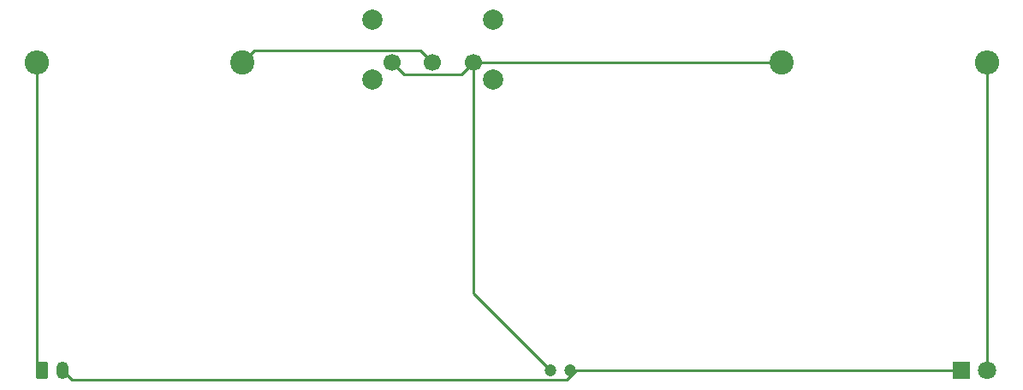
<source format=gbr>
%TF.GenerationSoftware,KiCad,Pcbnew,(6.0.10)*%
%TF.CreationDate,2023-02-17T15:29:09-08:00*%
%TF.ProjectId,Exercise 1 lab 6,45786572-6369-4736-9520-31206c616220,rev?*%
%TF.SameCoordinates,Original*%
%TF.FileFunction,Copper,L1,Top*%
%TF.FilePolarity,Positive*%
%FSLAX46Y46*%
G04 Gerber Fmt 4.6, Leading zero omitted, Abs format (unit mm)*
G04 Created by KiCad (PCBNEW (6.0.10)) date 2023-02-17 15:29:09*
%MOMM*%
%LPD*%
G01*
G04 APERTURE LIST*
G04 Aperture macros list*
%AMRoundRect*
0 Rectangle with rounded corners*
0 $1 Rounding radius*
0 $2 $3 $4 $5 $6 $7 $8 $9 X,Y pos of 4 corners*
0 Add a 4 corners polygon primitive as box body*
4,1,4,$2,$3,$4,$5,$6,$7,$8,$9,$2,$3,0*
0 Add four circle primitives for the rounded corners*
1,1,$1+$1,$2,$3*
1,1,$1+$1,$4,$5*
1,1,$1+$1,$6,$7*
1,1,$1+$1,$8,$9*
0 Add four rect primitives between the rounded corners*
20,1,$1+$1,$2,$3,$4,$5,0*
20,1,$1+$1,$4,$5,$6,$7,0*
20,1,$1+$1,$6,$7,$8,$9,0*
20,1,$1+$1,$8,$9,$2,$3,0*%
G04 Aperture macros list end*
%TA.AperFunction,ComponentPad*%
%ADD10RoundRect,0.250000X-0.350000X-0.625000X0.350000X-0.625000X0.350000X0.625000X-0.350000X0.625000X0*%
%TD*%
%TA.AperFunction,ComponentPad*%
%ADD11O,1.200000X1.750000*%
%TD*%
%TA.AperFunction,ComponentPad*%
%ADD12C,2.400000*%
%TD*%
%TA.AperFunction,ComponentPad*%
%ADD13O,2.400000X2.400000*%
%TD*%
%TA.AperFunction,ComponentPad*%
%ADD14R,1.800000X1.800000*%
%TD*%
%TA.AperFunction,ComponentPad*%
%ADD15C,1.800000*%
%TD*%
%TA.AperFunction,ComponentPad*%
%ADD16C,2.000000*%
%TD*%
%TA.AperFunction,ComponentPad*%
%ADD17C,1.700000*%
%TD*%
%TA.AperFunction,ComponentPad*%
%ADD18C,1.200000*%
%TD*%
%TA.AperFunction,Conductor*%
%ADD19C,0.250000*%
%TD*%
G04 APERTURE END LIST*
D10*
%TO.P,V1,1,Pin_1*%
%TO.N,Net-(R2-Pad2)*%
X84360000Y-106680000D03*
D11*
%TO.P,V1,2,Pin_2*%
%TO.N,Net-(C1-Pad2)*%
X86360000Y-106680000D03*
%TD*%
D12*
%TO.P,R2,1*%
%TO.N,Net-(R2-Pad1)*%
X104140000Y-76200000D03*
D13*
%TO.P,R2,2*%
%TO.N,Net-(R2-Pad2)*%
X83820000Y-76200000D03*
%TD*%
D14*
%TO.P,D1,1,K*%
%TO.N,Net-(C1-Pad2)*%
X175260000Y-106680000D03*
D15*
%TO.P,D1,2,A*%
%TO.N,Net-(D1-Pad2)*%
X177800000Y-106680000D03*
%TD*%
D16*
%TO.P,SW1,*%
%TO.N,*%
X117000000Y-77950000D03*
X117000000Y-71950000D03*
X129000000Y-71950000D03*
X129000000Y-77950000D03*
D17*
%TO.P,SW1,1,A*%
%TO.N,Net-(C1-Pad1)*%
X127000000Y-76200000D03*
%TO.P,SW1,2,B*%
%TO.N,Net-(R2-Pad1)*%
X123000000Y-76200000D03*
%TO.P,SW1,3,C*%
%TO.N,Net-(C1-Pad1)*%
X119000000Y-76200000D03*
%TD*%
D12*
%TO.P,R1,1*%
%TO.N,Net-(C1-Pad1)*%
X157480000Y-76200000D03*
D13*
%TO.P,R1,2*%
%TO.N,Net-(D1-Pad2)*%
X177800000Y-76200000D03*
%TD*%
D18*
%TO.P,C1,1*%
%TO.N,Net-(C1-Pad1)*%
X134620000Y-106680000D03*
%TO.P,C1,2*%
%TO.N,Net-(C1-Pad2)*%
X136620000Y-106680000D03*
%TD*%
D19*
%TO.N,Net-(C1-Pad1)*%
X125825000Y-77375000D02*
X127000000Y-76200000D01*
X127000000Y-76200000D02*
X127000000Y-99060000D01*
X127000000Y-99060000D02*
X134620000Y-106680000D01*
X157480000Y-76200000D02*
X127000000Y-76200000D01*
X120175000Y-77375000D02*
X125825000Y-77375000D01*
X119000000Y-76200000D02*
X120175000Y-77375000D01*
%TO.N,Net-(C1-Pad2)*%
X86360000Y-106680000D02*
X87285000Y-107605000D01*
X137160000Y-106680000D02*
X175260000Y-106680000D01*
X87285000Y-107605000D02*
X136235000Y-107605000D01*
X136235000Y-107605000D02*
X137160000Y-106680000D01*
%TO.N,Net-(D1-Pad2)*%
X177800000Y-106680000D02*
X177800000Y-76200000D01*
%TO.N,Net-(R2-Pad1)*%
X121800000Y-75000000D02*
X123000000Y-76200000D01*
X104140000Y-76200000D02*
X105340000Y-75000000D01*
X105340000Y-75000000D02*
X121800000Y-75000000D01*
%TO.N,Net-(R2-Pad2)*%
X84360000Y-106680000D02*
X83820000Y-106140000D01*
X83820000Y-106140000D02*
X83820000Y-76200000D01*
%TD*%
M02*

</source>
